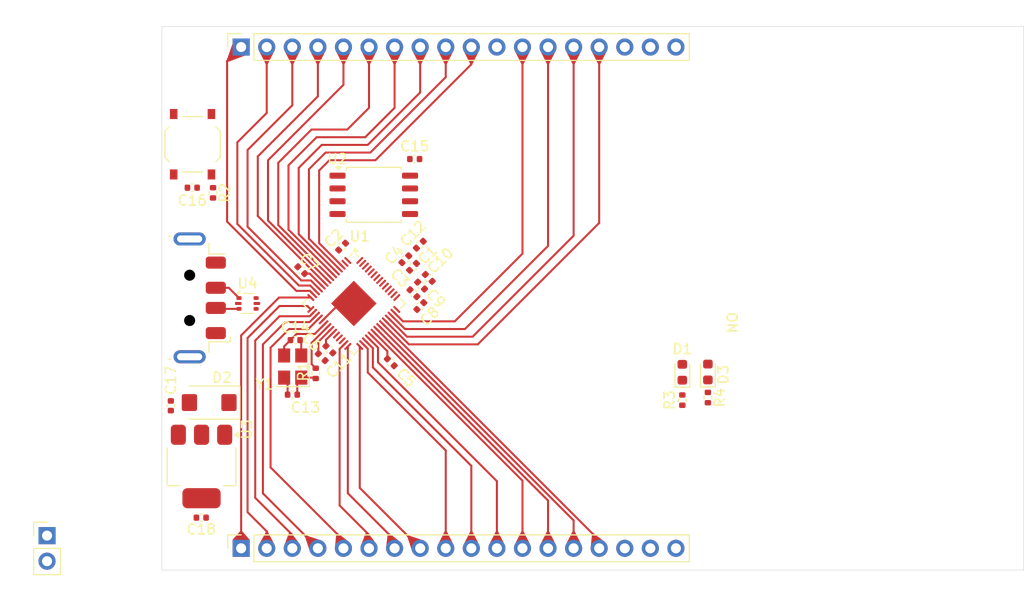
<source format=kicad_pcb>
(kicad_pcb (version 20240108) (generator "pcbnew") (generator_version "8.0")
  (layers (0 "F.Cu" signal) (31 "B.Cu" signal) (34 "B.Paste" user) (35 "F.Paste" user) (36 "B.SilkS" user "B.Silkscreen") (37 "F.SilkS" user "F.Silkscreen") (38 "B.Mask" user) (39 "F.Mask" user) (44 "Edge.Cuts" user))
  (net 0 "")
  (net 1 "GND")
  (net 2 "+3V3")
  (net 3 "+1V1")
  (net 4 "Net-(C13-Pad2)")
  (net 5 "Net-(U1-XIN)")
  (net 6 "RESET")
  (net 7 "+5V")
  (net 8 "Net-(D1-K)")
  (net 9 "LED_25")
  (net 10 "Net-(D2-A)")
  (net 11 "Net-(D3-K)")
  (net 12 "Net-(J1-Pin_1)")
  (net 13 "Net-(J1-Pin_2)")
  (net 14 "D5")
  (net 15 "D6")
  (net 16 "D2")
  (net 17 "D3")
  (net 18 "D10")
  (net 19 "D9")
  (net 20 "D13")
  (net 21 "D8")
  (net 22 "D12")
  (net 23 "D14")
  (net 24 "D4")
  (net 25 "D0")
  (net 26 "D7")
  (net 27 "D11")
  (net 28 "D1")
  (net 29 "D20")
  (net 30 "D21")
  (net 31 "A1")
  (net 32 "A0")
  (net 33 "D19")
  (net 34 "A3")
  (net 35 "D22")
  (net 36 "D23")
  (net 37 "A2")
  (net 38 "D24")
  (net 39 "D18")
  (net 40 "D17")
  (net 41 "D15")
  (net 42 "D16")
  (net 43 "Net-(J4-D+)")
  (net 44 "Net-(J4-D-)")
  (net 45 "Net-(U1-XOUT)")
  (net 46 "USB_DN")
  (net 47 "FLASH_CLK")
  (net 48 "FLASH_SD0")
  (net 49 "FLASH_SD3")
  (net 50 "FLASH_SD2")
  (net 51 "FLASH_CS")
  (net 52 "FLASH_SD1")
  (net 53 "USB_DP")
  (footprint "LED_SMD:LED_0603_1608Metric" (layer "F.Cu") (at 157.734 111.709 90)
    (property "Reference" "D3" (at -0.254 1.524 270) (layer "F.SilkS"))
    (property "Value" "LED")
    (pad "1" smd roundrect (at -0.7875 0 90) (size 0.875 0.95) (layers "F.Cu" "F.Paste" "F.Mask") (net 11 "Net-(D3-K)"))
    (pad "2" smd roundrect (at 0.7875 0 90) (size 0.875 0.95) (layers "F.Cu" "F.Paste" "F.Mask") (net 2 "+3V3"))
  )
  (footprint "Package_TO_SOT_SMD:SOT-223-3_TabPin2" (layer "F.Cu") (at 107.442 121.094 -90)
    (property "Reference" "U3" (at -3.682 -4.506 90) (layer "F.SilkS"))
    (property "Value" "LD1117S33TR_SOT223")
    (pad "1" smd roundrect (at -3.15 -2.3 270) (size 2 1.5) (layers "F.Cu" "F.Paste" "F.Mask") (net 1 "GND"))
    (pad "2" smd roundrect (at -3.15 0 270) (size 2 1.5) (layers "F.Cu" "F.Paste" "F.Mask") (net 2 "+3V3"))
    (pad "2" smd roundrect (at 3.15 0 270) (size 2 3.8) (layers "F.Cu" "F.Paste" "F.Mask") (net 2 "+3V3"))
    (pad "3" smd roundrect (at -3.15 2.3 270) (size 2 1.5) (layers "F.Cu" "F.Paste" "F.Mask") (net 7 "+5V"))
  )
  (footprint "Capacitor_SMD:C_0402_1005Metric" (layer "F.Cu") (at 128.445726 101.268387 45)
    (property "Reference" "C1" (at 1.854867 0.179605 45) (layer "F.SilkS"))
    (property "Value" "0.1uF")
    (pad "1" smd roundrect (at -0.48 0 45) (size 0.56 0.62) (layers "F.Cu" "F.Paste" "F.Mask") (net 2 "+3V3"))
    (pad "2" smd roundrect (at 0.48 0 45) (size 0.56 0.62) (layers "F.Cu" "F.Paste" "F.Mask") (net 1 "GND"))
  )
  (footprint "Connector_PinSocket_2.54mm:PinSocket_1x18_P2.54mm_Vertical" (layer "F.Cu") (at 111.378 129.22 90)
    (property "Reference" "J2" (hide yes))
    (property "Value" "Conn_01x18")
    (pad "1" thru_hole rect (at 0 0 90) (size 1.7 1.7) (drill 1) (layers "*.Cu" "*.Mask") (net 25 "D0"))
    (pad "2" thru_hole oval (at 0 2.54 90) (size 1.7 1.7) (drill 1) (layers "*.Cu" "*.Mask") (net 28 "D1"))
    (pad "3" thru_hole oval (at 0 5.08 90) (size 1.7 1.7) (drill 1) (layers "*.Cu" "*.Mask") (net 16 "D2"))
    (pad "4" thru_hole oval (at 0 7.62 90) (size 1.7 1.7) (drill 1) (layers "*.Cu" "*.Mask") (net 17 "D3"))
    (pad "5" thru_hole oval (at 0 10.16 90) (size 1.7 1.7) (drill 1) (layers "*.Cu" "*.Mask") (net 24 "D4"))
    (pad "6" thru_hole oval (at 0 12.7 90) (size 1.7 1.7) (drill 1) (layers "*.Cu" "*.Mask") (net 14 "D5"))
    (pad "7" thru_hole oval (at 0 15.24 90) (size 1.7 1.7) (drill 1) (layers "*.Cu" "*.Mask") (net 15 "D6"))
    (pad "8" thru_hole oval (at 0 17.78 90) (size 1.7 1.7) (drill 1) (layers "*.Cu" "*.Mask") (net 26 "D7"))
    (pad "9" thru_hole oval (at 0 20.32 90) (size 1.7 1.7) (drill 1) (layers "*.Cu" "*.Mask") (net 21 "D8"))
    (pad "10" thru_hole oval (at 0 22.86 90) (size 1.7 1.7) (drill 1) (layers "*.Cu" "*.Mask") (net 19 "D9"))
    (pad "11" thru_hole oval (at 0 25.4 90) (size 1.7 1.7) (drill 1) (layers "*.Cu" "*.Mask") (net 18 "D10"))
    (pad "12" thru_hole oval (at 0 27.94 90) (size 1.7 1.7) (drill 1) (layers "*.Cu" "*.Mask") (net 27 "D11"))
    (pad "13" thru_hole oval (at 0 30.48 90) (size 1.7 1.7) (drill 1) (layers "*.Cu" "*.Mask") (net 22 "D12"))
    (pad "14" thru_hole oval (at 0 33.02 90) (size 1.7 1.7) (drill 1) (layers "*.Cu" "*.Mask") (net 20 "D13"))
    (pad "15" thru_hole oval (at 0 35.56 90) (size 1.7 1.7) (drill 1) (layers "*.Cu" "*.Mask") (net 23 "D14"))
    (pad "16" thru_hole oval (at 0 38.1 90) (size 1.7 1.7) (drill 1) (layers "*.Cu" "*.Mask") (net 1 "GND"))
    (pad "17" thru_hole oval (at 0 40.64 90) (size 1.7 1.7) (drill 1) (layers "*.Cu" "*.Mask") (net 6 "RESET"))
    (pad "18" thru_hole oval (at 0 43.18 90) (size 1.7 1.7) (drill 1) (layers "*.Cu" "*.Mask") (net 7 "+5V"))
  )
  (footprint "LED_SMD:LED_0603_1608Metric" (layer "F.Cu") (at 155.194 111.7345 90)
    (property "Reference" "D1" (at 2.3115 0 360) (layer "F.SilkS"))
    (property "Value" "LED")
    (pad "1" smd roundrect (at -0.7875 0 90) (size 0.875 0.95) (layers "F.Cu" "F.Paste" "F.Mask") (net 8 "Net-(D1-K)"))
    (pad "2" smd roundrect (at 0.7875 0 90) (size 0.875 0.95) (layers "F.Cu" "F.Paste" "F.Mask") (net 9 "LED_25"))
  )
  (footprint "Diode_SMD:D_SMA" (layer "F.Cu") (at 108.204 114.744 180)
    (property "Reference" "D2" (at -1.27 2.476 0) (layer "F.SilkS"))
    (property "Value" "D_Schottky")
    (pad "1" smd roundrect (at 1.965 0 180) (size 1.52 1.68) (layers "F.Cu" "F.Paste" "F.Mask") (roundrect_rratio 0.1315789474) (net 7 "+5V"))
    (pad "2" smd roundrect (at -1.965 0 180) (size 1.52 1.68) (layers "F.Cu" "F.Paste" "F.Mask") (roundrect_rratio 0.1315789474) (net 10 "Net-(D2-A)"))
  )
  (footprint "Capacitor_SMD:C_0402_1005Metric" (layer "F.Cu") (at 121.402315 99.255798 45)
    (property "Reference" "C2" (at 0 -1.16 45) (layer "F.SilkS"))
    (property "Value" "0.1uF")
    (pad "1" smd roundrect (at -0.48 0 45) (size 0.56 0.62) (layers "F.Cu" "F.Paste" "F.Mask") (net 2 "+3V3"))
    (pad "2" smd roundrect (at 0.48 0 45) (size 0.56 0.62) (layers "F.Cu" "F.Paste" "F.Mask") (net 1 "GND"))
  )
  (footprint "Capacitor_SMD:C_0402_1005Metric" (layer "F.Cu") (at 106.524 93.406)
    (property "Reference" "C16" (at 0 1.27 0) (layer "F.SilkS"))
    (property "Value" "0.1uF")
    (pad "1" smd roundrect (at -0.48 0) (size 0.56 0.62) (layers "F.Cu" "F.Paste" "F.Mask") (net 1 "GND"))
    (pad "2" smd roundrect (at 0.48 0) (size 0.56 0.62) (layers "F.Cu" "F.Paste" "F.Mask") (net 6 "RESET"))
  )
  (footprint "Capacitor_SMD:C_0402_1005Metric" (layer "F.Cu") (at 116.47 113.962)
    (property "Reference" "C13" (at 1.298 1.27 360) (layer "F.SilkS"))
    (property "Value" "18pF")
    (pad "1" smd roundrect (at -0.48 0) (size 0.56 0.62) (layers "F.Cu" "F.Paste" "F.Mask") (net 1 "GND"))
    (pad "2" smd roundrect (at 0.48 0) (size 0.56 0.62) (layers "F.Cu" "F.Paste" "F.Mask") (net 4 "Net-(C13-Pad2)"))
  )
  (footprint "Capacitor_SMD:C_0402_1005Metric" (layer "F.Cu") (at 129.122315 99.067798 45)
    (property "Reference" "C12" (at 0.300395 -1.257236 45) (layer "F.SilkS"))
    (property "Value" "0.1uF")
    (pad "1" smd roundrect (at -0.48 0 45) (size 0.56 0.62) (layers "F.Cu" "F.Paste" "F.Mask") (net 3 "+1V1"))
    (pad "2" smd roundrect (at 0.48 0 45) (size 0.56 0.62) (layers "F.Cu" "F.Paste" "F.Mask") (net 1 "GND"))
  )
  (footprint "Resistor_SMD:R_0402_1005Metric" (layer "F.Cu") (at 118.784 111.846 90)
    (property "Reference" "R1" (at 0.179605 -1.257236 270) (layer "F.SilkS"))
    (property "Value" "1k")
    (pad "1" smd roundrect (at -0.509999 0 90) (size 0.54 0.64) (layers "F.Cu" "F.Paste" "F.Mask") (net 4 "Net-(C13-Pad2)"))
    (pad "2" smd roundrect (at 0.509999 0 90) (size 0.54 0.64) (layers "F.Cu" "F.Paste" "F.Mask") (net 45 "Net-(U1-XOUT)"))
  )
  (footprint "Capacitor_SMD:C_0402_1005Metric" (layer "F.Cu") (at 129.170629 105.158 45)
    (property "Reference" "C8" (at -0.054932 1.381909 45) (layer "F.SilkS"))
    (property "Value" "0.1uF")
    (pad "1" smd roundrect (at -0.48 0 45) (size 0.56 0.62) (layers "F.Cu" "F.Paste" "F.Mask") (net 2 "+3V3"))
    (pad "2" smd roundrect (at 0.48 0 45) (size 0.56 0.62) (layers "F.Cu" "F.Paste" "F.Mask") (net 1 "GND"))
  )
  (footprint "Package_DFN_QFN:QFN-56-1EP_7x7mm_P0.4mm_EP3.2x3.2mm" (layer "F.Cu") (at 122.566629 104.904 -45)
    (property "Reference" "U1" (at -4.29816 -5.126445 180) (layer "F.SilkS"))
    (property "Value" "RP2040")
    (pad "1" smd roundrect (at -3.4375 -2.6 315) (size 0.875 0.2) (layers "F.Cu" "F.Paste" "F.Mask") (net 2 "+3V3"))
    (pad "2" smd roundrect (at -3.4375 -2.199999 315) (size 0.875 0.2) (layers "F.Cu" "F.Paste" "F.Mask") (net 9 "LED_25"))
    (pad "3" smd roundrect (at -3.4375 -1.8 315) (size 0.875 0.2) (layers "F.Cu" "F.Paste" "F.Mask") (net 38 "D24"))
    (pad "4" smd roundrect (at -3.4375 -1.4 315) (size 0.875 0.2) (layers "F.Cu" "F.Paste" "F.Mask") (net 36 "D23"))
    (pad "5" smd roundrect (at -3.4375 -1 315) (size 0.875 0.2) (layers "F.Cu" "F.Paste" "F.Mask") (net 35 "D22"))
    (pad "6" smd roundrect (at -3.4375 -0.600001 315) (size 0.875 0.2) (layers "F.Cu" "F.Paste" "F.Mask") (net 30 "D21"))
    (pad "7" smd roundrect (at -3.4375 -0.2 315) (size 0.875 0.2) (layers "F.Cu" "F.Paste" "F.Mask") (net 29 "D20"))
    (pad "8" smd roundrect (at -3.4375 0.2 315) (size 0.875 0.2) (layers "F.Cu" "F.Paste" "F.Mask") (net 33 "D19"))
    (pad "9" smd roundrect (at -3.4375 0.600001 315) (size 0.875 0.2) (layers "F.Cu" "F.Paste" "F.Mask") (net 39 "D18"))
    (pad "10" smd roundrect (at -3.4375 1 315) (size 0.875 0.2) (layers "F.Cu" "F.Paste" "F.Mask") (net 2 "+3V3"))
    (pad "11" smd roundrect (at -3.4375 1.4 315) (size 0.875 0.2) (layers "F.Cu" "F.Paste" "F.Mask") (net 40 "D17"))
    (pad "12" smd roundrect (at -3.4375 1.8 315) (size 0.875 0.2) (layers "F.Cu" "F.Paste" "F.Mask") (net 42 "D16"))
    (pad "13" smd roundrect (at -3.4375 2.199999 315) (size 0.875 0.2) (layers "F.Cu" "F.Paste" "F.Mask") (net 41 "D15"))
    (pad "14" smd roundrect (at -3.4375 2.6 315) (size 0.875 0.2) (layers "F.Cu" "F.Paste" "F.Mask") (net 25 "D0"))
    (pad "15" smd roundrect (at -2.6 3.4375 315) (size 0.2 0.875) (layers "F.Cu" "F.Paste" "F.Mask") (net 28 "D1"))
    (pad "16" smd roundrect (at -2.199999 3.4375 315) (size 0.2 0.875) (layers "F.Cu" "F.Paste" "F.Mask") (net 16 "D2"))
    (pad "17" smd roundrect (at -1.8 3.4375 315) (size 0.2 0.875) (layers "F.Cu" "F.Paste" "F.Mask") (net 17 "D3"))
    (pad "18" smd roundrect (at -1.4 3.4375 315) (size 0.2 0.875) (layers "F.Cu" "F.Paste" "F.Mask") (net 24 "D4"))
    (pad "19" smd roundrect (at -1 3.4375 315) (size 0.2 0.875) (layers "F.Cu" "F.Paste" "F.Mask") (net 1 "GND"))
    (pad "20" smd roundrect (at -0.600001 3.4375 315) (size 0.2 0.875) (layers "F.Cu" "F.Paste" "F.Mask") (net 5 "Net-(U1-XIN)"))
    (pad "21" smd roundrect (at -0.2 3.4375 315) (size 0.2 0.875) (layers "F.Cu" "F.Paste" "F.Mask") (net 45 "Net-(U1-XOUT)"))
    (pad "22" smd roundrect (at 0.2 3.4375 315) (size 0.2 0.875) (layers "F.Cu" "F.Paste" "F.Mask") (net 2 "+3V3"))
    (pad "23" smd roundrect (at 0.600001 3.4375 315) (size 0.2 0.875) (layers "F.Cu" "F.Paste" "F.Mask") (net 3 "+1V1"))
    (pad "24" smd roundrect (at 1 3.4375 315) (size 0.2 0.875) (layers "F.Cu" "F.Paste" "F.Mask") (net 12 "Net-(J1-Pin_1)"))
    (pad "25" smd roundrect (at 1.4 3.4375 315) (size 0.2 0.875) (layers "F.Cu" "F.Paste" "F.Mask") (net 13 "Net-(J1-Pin_2)"))
    (pad "26" smd roundrect (at 1.8 3.4375 315) (size 0.2 0.875) (layers "F.Cu" "F.Paste" "F.Mask") (net 6 "RESET"))
    (pad "27" smd roundrect (at 2.199999 3.4375 315) (size 0.2 0.875) (layers "F.Cu" "F.Paste" "F.Mask") (net 14 "D5"))
    (pad "28" smd roundrect (at 2.6 3.4375 315) (size 0.2 0.875) (layers "F.Cu" "F.Paste" "F.Mask") (net 15 "D6"))
    (pad "29" smd roundrect (at 3.4375 2.6 315) (size 0.875 0.2) (layers "F.Cu" "F.Paste" "F.Mask") (net 26 "D7"))
    (pad "30" smd roundrect (at 3.4375 2.199999 315) (size 0.875 0.2) (layers "F.Cu" "F.Paste" "F.Mask") (net 21 "D8"))
    (pad "31" smd roundrect (at 3.4375 1.8 315) (size 0.875 0.2) (layers "F.Cu" "F.Paste" "F.Mask") (net 19 "D9"))
    (pad "32" smd roundrect (at 3.4375 1.4 315) (size 0.875 0.2) (layers "F.Cu" "F.Paste" "F.Mask") (net 18 "D10"))
    (pad "33" smd roundrect (at 3.4375 1 315) (size 0.875 0.2) (layers "F.Cu" "F.Paste" "F.Mask") (net 2 "+3V3"))
    (pad "34" smd roundrect (at 3.4375 0.600001 315) (size 0.875 0.2) (layers "F.Cu" "F.Paste" "F.Mask") (net 27 "D11"))
    (pad "35" smd roundrect (at 3.4375 0.2 315) (size 0.875 0.2) (layers "F.Cu" "F.Paste" "F.Mask") (net 22 "D12"))
    (pad "36" smd roundrect (at 3.4375 -0.2 315) (size 0.875 0.2) (layers "F.Cu" "F.Paste" "F.Mask") (net 20 "D13"))
    (pad "37" smd roundrect (at 3.4375 -0.600001 315) (size 0.875 0.2) (layers "F.Cu" "F.Paste" "F.Mask") (net 23 "D14"))
    (pad "38" smd roundrect (at 3.4375 -1 315) (size 0.875 0.2) (layers "F.Cu" "F.Paste" "F.Mask") (net 34 "A3"))
    (pad "39" smd roundrect (at 3.4375 -1.4 315) (size 0.875 0.2) (layers "F.Cu" "F.Paste" "F.Mask") (net 37 "A2"))
    (pad "40" smd roundrect (at 3.4375 -1.8 315) (size 0.875 0.2) (layers "F.Cu" "F.Paste" "F.Mask") (net 31 "A1"))
    (pad "41" smd roundrect (at 3.4375 -2.199999 315) (size 0.875 0.2) (layers "F.Cu" "F.Paste" "F.Mask") (net 32 "A0"))
    (pad "42" smd roundrect (at 3.4375 -2.6 315) (size 0.875 0.2) (layers "F.Cu" "F.Paste" "F.Mask") (net 2 "+3V3"))
    (pad "43" smd roundrect (at 2.6 -3.4375 315) (size 0.2 0.875) (layers "F.Cu" "F.Paste" "F.Mask") (net 2 "+3V3"))
    (pad "44" smd roundrect (at 2.199999 -3.4375 315) (size 0.2 0.875) (layers "F.Cu" "F.Paste" "F.Mask") (net 2 "+3V3"))
    (pad "45" smd roundrect (at 1.8 -3.4375 315) (size 0.2 0.875) (layers "F.Cu" "F.Paste" "F.Mask") (net 3 "+1V1"))
    (pad "46" smd roundrect (at 1.4 -3.4375 315) (size 0.2 0.875) (layers "F.Cu" "F.Paste" "F.Mask") (net 46 "USB_DN"))
    (pad "47" smd roundrect (at 1 -3.4375 315) (size 0.2 0.875) (layers "F.Cu" "F.Paste" "F.Mask") (net 53 "USB_DP"))
    (pad "48" smd roundrect (at 0.600001 -3.4375 315) (size 0.2 0.875) (layers "F.Cu" "F.Paste" "F.Mask") (net 2 "+3V3"))
    (pad "49" smd roundrect (at 0.2 -3.4375 315) (size 0.2 0.875) (layers "F.Cu" "F.Paste" "F.Mask") (net 2 "+3V3"))
    (pad "50" smd roundrect (at -0.2 -3.4375 315) (size 0.2 0.875) (layers "F.Cu" "F.Paste" "F.Mask") (net 3 "+1V1"))
    (pad "51" smd roundrect (at -0.600001 -3.4375 315) (size 0.2 0.875) (layers "F.Cu" "F.Paste" "F.Mask") (net 49 "FLASH_SD3"))
    (pad "52" smd roundrect (at -1 -3.4375 315) (size 0.2 0.875) (layers "F.Cu" "F.Paste" "F.Mask") (net 47 "FLASH_CLK"))
    (pad "53" smd roundrect (at -1.4 -3.4375 315) (size 0.2 0.875) (layers "F.Cu" "F.Paste" "F.Mask") (net 48 "FLASH_SD0"))
    (pad "54" smd roundrect (at -1.8 -3.4375 315) (size 0.2 0.875) (layers "F.Cu" "F.Paste" "F.Mask") (net 50 "FLASH_SD2"))
    (pad "55" smd roundrect (at -2.199999 -3.4375 315) (size 0.2 0.875) (layers "F.Cu" "F.Paste" "F.Mask") (net 52 "FLASH_SD1"))
    (pad "56" smd roundrect (at -2.6 -3.4375 315) (size 0.2 0.875) (layers "F.Cu" "F.Paste" "F.Mask") (net 51 "FLASH_CS"))
    (pad "57" smd rect (at 0 0 315) (size 3.2 3.2) (property pad_prop_heatsink) (layers "F.Cu" "F.Mask") (net 1 "GND"))
  )
  (footprint "Crystal:Crystal_SMD_3225-4Pin_3.2x2.5mm" (layer "F.Cu") (at 116.498 111.168 90)
    (property "Reference" "Y1" (at -1.778 -2.794 360) (layer "F.SilkS"))
    (property "Value" "12MHz")
    (pad "1" smd rect (at -1.1 0.85 90) (size 1.4 1.2) (layers "F.Cu" "F.Paste" "F.Mask") (net 4 "Net-(C13-Pad2)"))
    (pad "2" smd rect (at 1.1 0.85 90) (size 1.4 1.2) (layers "F.Cu" "F.Paste" "F.Mask") (net 1 "GND"))
    (pad "3" smd rect (at 1.1 -0.85 90) (size 1.4 1.2) (layers "F.Cu" "F.Paste" "F.Mask") (net 5 "Net-(U1-XIN)"))
    (pad "4" smd rect (at -1.1 -0.85 90) (size 1.4 1.2) (layers "F.Cu" "F.Paste" "F.Mask") (net 1 "GND"))
  )
  (footprint "Connector_USB:USB_A_Molex_48037-2200_Horizontal" (layer "F.Cu") (at 97.886 104.346 180)
    (property "Reference" "J4" (hide yes))
    (property "Value" "USB_A")
    (pad "" np_thru_hole circle (at -8.375 -2.25 180) (size 1.1 1.1) (drill 1.1) (layers "*.Mask"))
    (pad "" np_thru_hole circle (at -8.375 2.25 180) (size 1.1 1.1) (drill 1.1) (layers "*.Mask"))
    (pad "1" smd roundrect (at -10.975 -3.5 180) (size 2 1.2) (layers "F.Cu" "F.Paste" "F.Mask") (net 10 "Net-(D2-A)"))
    (pad "2" smd roundrect (at -10.975 -1 180) (size 2 1.2) (layers "F.Cu" "F.Paste" "F.Mask") (net 44 "Net-(J4-D-)"))
    (pad "3" smd roundrect (at -10.975 1 180) (size 2 1.2) (layers "F.Cu" "F.Paste" "F.Mask") (net 43 "Net-(J4-D+)"))
    (pad "4" smd roundrect (at -10.975 3.5 180) (size 2 1.2) (layers "F.Cu" "F.Paste" "F.Mask") (net 1 "GND"))
    (pad "5" thru_hole oval (at -8.375 -5.85 180) (size 3.2 1.3) (drill oval 2.5 0.7) (layers "*.Cu" "*.Mask") (net 1 "GND"))
    (pad "5" thru_hole oval (at -8.375 5.85 180) (size 3.2 1.3) (drill oval 2.5 0.7) (layers "*.Cu" "*.Mask") (net 1 "GND"))
  )
  (footprint "Capacitor_SMD:C_0402_1005Metric" (layer "F.Cu") (at 117.348 101.6 135)
    (property "Reference" "C7" (at 0 1.077631 315) (layer "F.SilkS"))
    (property "Value" "0.1uF")
    (pad "1" smd roundrect (at -0.48 0 135) (size 0.56 0.62) (layers "F.Cu" "F.Paste" "F.Mask") (net 2 "+3V3"))
    (pad "2" smd roundrect (at 0.48 0 135) (size 0.56 0.62) (layers "F.Cu" "F.Paste" "F.Mask") (net 1 "GND"))
  )
  (footprint "Capacitor_SMD:C_0402_1005Metric" (layer "F.Cu") (at 130.010315 102.364 -45)
    (property "Reference" "C10" (at -0.401637 -2.019497 45) (layer "F.SilkS"))
    (property "Value" "1uF")
    (pad "1" smd roundrect (at -0.48 0 315) (size 0.56 0.62) (layers "F.Cu" "F.Paste" "F.Mask") (net 3 "+1V1"))
    (pad "2" smd roundrect (at 0.48 0 315) (size 0.56 0.62) (layers "F.Cu" "F.Paste" "F.Mask") (net 1 "GND"))
  )
  (footprint "Capacitor_SMD:C_0402_1005Metric" (layer "F.Cu") (at 128.486315 103.888 -45)
    (property "Reference" "C3" (at -2.030589 -0.124673 135) (layer "F.SilkS"))
    (property "Value" "0.1uF")
    (pad "1" smd roundrect (at -0.48 0 315) (size 0.56 0.62) (layers "F.Cu" "F.Paste" "F.Mask") (net 2 "+3V3"))
    (pad "2" smd roundrect (at 0.48 0 315) (size 0.56 0.62) (layers "F.Cu" "F.Paste" "F.Mask") (net 1 "GND"))
  )
  (footprint "Resistor_SMD:R_0402_1005Metric" (layer "F.Cu") (at 157.734 114.249 -90)
    (property "Reference" "R4" (at 0 -1.17 90) (layer "F.SilkS"))
    (property "Value" "360R")
    (pad "1" smd roundrect (at -0.51 0 270) (size 0.54 0.64) (layers "F.Cu" "F.Paste" "F.Mask") (net 11 "Net-(D3-K)"))
    (pad "2" smd roundrect (at 0.51 0 270) (size 0.54 0.64) (layers "F.Cu" "F.Paste" "F.Mask") (net 1 "GND"))
  )
  (footprint "Capacitor_SMD:C_0402_1005Metric" (layer "F.Cu") (at 104.394 115.062 90)
    (property "Reference" "C17" (at 2.54 0 270) (layer "F.SilkS"))
    (property "Value" "0.1uF")
    (pad "1" smd roundrect (at -0.48 0 90) (size 0.56 0.62) (layers "F.Cu" "F.Paste" "F.Mask") (net 7 "+5V"))
    (pad "2" smd roundrect (at 0.48 0 90) (size 0.56 0.62) (layers "F.Cu" "F.Paste" "F.Mask") (net 1 "GND"))
  )
  (footprint "Button_Switch_SMD:SW_Push_1P1T_XKB_TS-1187A" (layer "F.Cu") (at 106.552 89.088 90)
    (property "Reference" "SW1" (hide yes))
    (property "Value" "SW_Push")
    (pad "1" smd rect (at -3 -1.875 90) (size 1 0.75) (layers "F.Cu" "F.Paste" "F.Mask") (net 1 "GND"))
    (pad "1" smd rect (at 3 -1.875 90) (size 1 0.75) (layers "F.Cu" "F.Paste" "F.Mask") (net 1 "GND"))
    (pad "2" smd rect (at -3 1.875 90) (size 1 0.75) (layers "F.Cu" "F.Paste" "F.Mask") (net 6 "RESET"))
    (pad "2" smd rect (at 3 1.875 90) (size 1 0.75) (layers "F.Cu" "F.Paste" "F.Mask") (net 6 "RESET"))
  )
  (footprint "Capacitor_SMD:C_0402_1005Metric" (layer "F.Cu") (at 120.142 109.474 -45)
    (property "Reference" "C11" (at 1.783688 0.456712 45) (layer "F.SilkS"))
    (property "Value" "0.1uF")
    (pad "1" smd roundrect (at -0.48 0 315) (size 0.56 0.62) (layers "F.Cu" "F.Paste" "F.Mask") (net 3 "+1V1"))
    (pad "2" smd roundrect (at 0.48 0 315) (size 0.56 0.62) (layers "F.Cu" "F.Paste" "F.Mask") (net 1 "GND"))
  )
  (footprint "Connector_PinHeader_2.54mm:PinHeader_1x02_P2.54mm_Vertical" (layer "F.Cu") (at 92.1 127.96)
    (property "Reference" "J1" (hide yes))
    (property "Value" "Conn_01x02")
    (pad "1" thru_hole rect (at 0 0) (size 1.7 1.7) (drill 1) (layers "*.Cu" "*.Mask") (net 12 "Net-(J1-Pin_1)"))
    (pad "2" thru_hole oval (at 0 2.54) (size 1.7 1.7) (drill 1) (layers "*.Cu" "*.Mask") (net 13 "Net-(J1-Pin_2)"))
  )
  (footprint "Capacitor_SMD:C_0402_1005Metric" (layer "F.Cu") (at 129.248315 103.126 -45)
    (property "Reference" "C9" (at 1.920724 -0.124673 135) (layer "F.SilkS"))
    (property "Value" "1uF")
    (pad "1" smd roundrect (at -0.48 0 315) (size 0.56 0.62) (layers "F.Cu" "F.Paste" "F.Mask") (net 2 "+3V3"))
    (pad "2" smd roundrect (at 0.48 0 315) (size 0.56 0.62) (layers "F.Cu" "F.Paste" "F.Mask") (net 1 "GND"))
  )
  (footprint "Resistor_SMD:R_0402_1005Metric" (layer "F.Cu") (at 155.194 114.503 -90)
    (property "Reference" "R3" (at 0 1.27 90) (layer "F.SilkS"))
    (property "Value" "360R")
    (pad "1" smd roundrect (at -0.51 0 270) (size 0.54 0.64) (layers "F.Cu" "F.Paste" "F.Mask") (net 8 "Net-(D1-K)"))
    (pad "2" smd roundrect (at 0.51 0 270) (size 0.54 0.64) (layers "F.Cu" "F.Paste" "F.Mask") (net 1 "GND"))
  )
  (footprint "Package_TO_SOT_SMD:SOT-666" (layer "F.Cu") (at 112.014 104.902)
    (property "Reference" "U4" (at 0 -2 360) (layer "F.SilkS"))
    (property "Value" "USBLC6-2P6")
    (pad "1" smd roundrect (at -0.85 -0.5375) (size 0.5 0.375) (layers "F.Cu" "F.Paste" "F.Mask") (net 43 "Net-(J4-D+)"))
    (pad "2" smd roundrect (at -0.925 0) (size 0.65 0.3) (layers "F.Cu" "F.Paste" "F.Mask") (net 1 "GND"))
    (pad "3" smd roundrect (at -0.85 0.5375) (size 0.5 0.375) (layers "F.Cu" "F.Paste" "F.Mask") (net 44 "Net-(J4-D-)"))
    (pad "4" smd roundrect (at 0.85 0.5375) (size 0.5 0.375) (layers "F.Cu" "F.Paste" "F.Mask") (net 46 "USB_DN"))
    (pad "5" smd roundrect (at 0.925 0) (size 0.65 0.3) (layers "F.Cu" "F.Paste" "F.Mask") (net 7 "+5V"))
    (pad "6" smd roundrect (at 0.85 -0.5375) (size 0.5 0.375) (layers "F.Cu" "F.Paste" "F.Mask") (net 53 "USB_DP"))
  )
  (footprint "Capacitor_SMD:C_0402_1005Metric" (layer "F.Cu") (at 116.752 108.544 180)
    (property "Reference" "C14" (at 0 1.27 180) (layer "F.SilkS"))
    (property "Value" "18pF")
    (pad "1" smd roundrect (at -0.48 0 180) (size 0.56 0.62) (layers "F.Cu" "F.Paste" "F.Mask") (net 1 "GND"))
    (pad "2" smd roundrect (at 0.48 0 180) (size 0.56 0.62) (layers "F.Cu" "F.Paste" "F.Mask") (net 5 "Net-(U1-XIN)"))
  )
  (footprint "Capacitor_SMD:C_0402_1005Metric" (layer "F.Cu") (at 128.614315 90.558798 180)
    (property "Reference" "C15" (at 0 1.27 180) (layer "F.SilkS"))
    (property "Value" "0.1uF")
    (pad "1" smd roundrect (at -0.48 0 180) (size 0.56 0.62) (layers "F.Cu" "F.Paste" "F.Mask") (net 2 "+3V3"))
    (pad "2" smd roundrect (at 0.48 0 180) (size 0.56 0.62) (layers "F.Cu" "F.Paste" "F.Mask") (net 1 "GND"))
  )
  (footprint "Capacitor_SMD:C_0402_1005Metric" (layer "F.Cu") (at 127.683726 100.506387 45)
    (property "Reference" "C4" (at -0.48 -1.077631 45) (layer "F.SilkS"))
    (property "Value" "0.1uF")
    (pad "1" smd roundrect (at -0.48 0 45) (size 0.56 0.62) (layers "F.Cu" "F.Paste" "F.Mask") (net 2 "+3V3"))
    (pad "2" smd roundrect (at 0.48 0 45) (size 0.56 0.62) (layers "F.Cu" "F.Paste" "F.Mask") (net 1 "GND"))
  )
  (footprint "Capacitor_SMD:C_0402_1005Metric" (layer "F.Cu") (at 107.414 126.174 180)
    (property "Reference" "C18" (at 0 -1.16 180) (layer "F.SilkS"))
    (property "Value" "10uF")
    (pad "1" smd roundrect (at -0.48 0 180) (size 0.56 0.62) (layers "F.Cu" "F.Paste" "F.Mask") (net 2 "+3V3"))
    (pad "2" smd roundrect (at 0.48 0 180) (size 0.56 0.62) (layers "F.Cu" "F.Paste" "F.Mask") (net 1 "GND"))
  )
  (footprint "Capacitor_SMD:C_0402_1005Metric" (layer "F.Cu") (at 119.38 110.236 -45)
    (property "Reference" "C6" (at -1.796051 -0.35921 135) (layer "F.SilkS"))
    (property "Value" "0.1uF")
    (pad "1" smd roundrect (at -0.48 0 315) (size 0.56 0.62) (layers "F.Cu" "F.Paste" "F.Mask") (net 2 "+3V3"))
    (pad "2" smd roundrect (at 0.48 0 315) (size 0.56 0.62) (layers "F.Cu" "F.Paste" "F.Mask") (net 1 "GND"))
  )
  (footprint "Capacitor_SMD:C_0402_1005Metric" (layer "F.Cu") (at 126.238 110.744 -45)
    (property "Reference" "C5" (at 2.155261 0 135) (layer "F.SilkS"))
    (property "Value" "0.1uF")
    (pad "1" smd roundrect (at -0.48 0 315) (size 0.56 0.62) (layers "F.Cu" "F.Paste" "F.Mask") (net 2 "+3V3"))
    (pad "2" smd roundrect (at 0.48 0 315) (size 0.56 0.62) (layers "F.Cu" "F.Paste" "F.Mask") (net 1 "GND"))
  )
  (footprint "Resistor_SMD:R_0402_1005Metric" (layer "F.Cu") (at 108.584 93.914 -90)
    (property "Reference" "R2" (at 0 -1.17 90) (layer "F.SilkS"))
    (property "Value" "10k")
    (pad "1" smd roundrect (at -0.51 0 270) (size 0.54 0.64) (layers "F.Cu" "F.Paste" "F.Mask") (net 6 "RESET"))
    (pad "2" smd roundrect (at 0.51 0 270) (size 0.54 0.64) (layers "F.Cu" "F.Paste" "F.Mask") (net 2 "+3V3"))
  )
  (footprint "Package_SO:SOIC-8_5.23x5.23mm_P1.27mm" (layer "F.Cu") (at 124.550315 94.114798)
    (property "Reference" "U2" (at -3.624 -3.56 360) (layer "F.SilkS"))
    (property "Value" "W25Q128JVS")
    (pad "1" smd roundrect (at -3.6 -1.905) (size 1.6 0.6) (layers "F.Cu" "F.Paste" "F.Mask") (net 51 "FLASH_CS"))
    (pad "2" smd roundrect (at -3.6 -0.635) (size 1.6 0.6) (layers "F.Cu" "F.Paste" "F.Mask") (net 52 "FLASH_SD1"))
    (pad "3" smd roundrect (at -3.6 0.635) (size 1.6 0.6) (layers "F.Cu" "F.Paste" "F.Mask") (net 50 "FLASH_SD2"))
    (pad "4" smd roundrect (at -3.6 1.905) (size 1.6 0.6) (layers "F.Cu" "F.Paste" "F.Mask") (net 1 "GND"))
    (pad "5" smd roundrect (at 3.6 1.905) (size 1.6 0.6) (layers "F.Cu" "F.Paste" "F.Mask") (net 48 "FLASH_SD0"))
    (pad "6" smd roundrect (at 3.6 0.635) (size 1.6 0.6) (layers "F.Cu" "F.Paste" "F.Mask") (net 47 "FLASH_CLK"))
    (pad "7" smd roundrect (at 3.6 -0.635) (size 1.6 0.6) (layers "F.Cu" "F.Paste" "F.Mask") (net 49 "FLASH_SD3"))
    (pad "8" smd roundrect (at 3.6 -1.905) (size 1.6 0.6) (layers "F.Cu" "F.Paste" "F.Mask") (net 2 "+3V3"))
  )
  (footprint "Connector_PinSocket_2.54mm:PinSocket_1x18_P2.54mm_Vertical" (layer "F.Cu") (at 111.378 79.436 90)
    (property "Reference" "J3" (hide yes))
    (property "Value" "Conn_01x18")
    (pad "1" thru_hole rect (at 0 0 90) (size 1.7 1.7) (drill 1) (layers "*.Cu" "*.Mask") (net 41 "D15"))
    (pad "2" thru_hole oval (at 0 2.54 90) (size 1.7 1.7) (drill 1) (layers "*.Cu" "*.Mask") (net 42 "D16"))
    (pad "3" thru_hole oval (at 0 5.08 90) (size 1.7 1.7) (drill 1) (layers "*.Cu" "*.Mask") (net 40 "D17"))
    (pad "4" thru_hole oval (at 0 7.62 90) (size 1.7 1.7) (drill 1) (layers "*.Cu" "*.Mask") (net 39 "D18"))
    (pad "5" thru_hole oval (at 0 10.16 90) (size 1.7 1.7) (drill 1) (layers "*.Cu" "*.Mask") (net 33 "D19"))
    (pad "6" thru_hole oval (at 0 12.7 90) (size 1.7 1.7) (drill 1) (layers "*.Cu" "*.Mask") (net 29 "D20"))
    (pad "7" thru_hole oval (at 0 15.24 90) (size 1.7 1.7) (drill 1) (layers "*.Cu" "*.Mask") (net 30 "D21"))
    (pad "8" thru_hole oval (at 0 17.78 90) (size 1.7 1.7) (drill 1) (layers "*.Cu" "*.Mask") (net 35 "D22"))
    (pad "9" thru_hole oval (at 0 20.32 90) (size 1.7 1.7) (drill 1) (layers "*.Cu" "*.Mask") (net 36 "D23"))
    (pad "10" thru_hole oval (at 0 22.86 90) (size 1.7 1.7) (drill 1) (layers "*.Cu" "*.Mask") (net 38 "D24"))
    (pad "11" thru_hole oval (at 0 25.4 90) (size 1.7 1.7) (drill 1) (layers "*.Cu" "*.Mask") (net 1 "GND"))
    (pad "12" thru_hole oval (at 0 27.94 90) (size 1.7 1.7) (drill 1) (layers "*.Cu" "*.Mask") (net 32 "A0"))
    (pad "13" thru_hole oval (at 0 30.48 90) (size 1.7 1.7) (drill 1) (layers "*.Cu" "*.Mask") (net 31 "A1"))
    (pad "14" thru_hole oval (at 0 33.02 90) (size 1.7 1.7) (drill 1) (layers "*.Cu" "*.Mask") (net 37 "A2"))
    (pad "15" thru_hole oval (at 0 35.56 90) (size 1.7 1.7) (drill 1) (layers "*.Cu" "*.Mask") (net 34 "A3"))
    (pad "16" thru_hole oval (at 0 38.1 90) (size 1.7 1.7) (drill 1) (layers "*.Cu" "*.Mask") (net 1 "GND"))
    (pad "17" thru_hole oval (at 0 40.64 90) (size 1.7 1.7) (drill 1) (layers "*.Cu" "*.Mask") (net 2 "+3V3"))
    (pad "18" thru_hole oval (at 0 43.18 90) (size 1.7 1.7) (drill 1) (layers "*.Cu" "*.Mask") (net 7 "+5V"))
  )
  (gr_line (start 103.504 77.404) (end 103.504 131.384) (stroke (width 0.05)) (layer "Edge.Cuts"))
  (gr_line (start 189.104 77.404) (end 189.104 131.384) (stroke (width 0.05)) (layer "Edge.Cuts"))
  (gr_line (start 103.504 131.384) (end 189.104 131.384) (stroke (width 0.05)) (layer "Edge.Cuts"))
  (gr_line (start 103.504 77.404) (end 189.104 77.404) (stroke (width 0.05)) (layer "Edge.Cuts"))
  (gr_text "ON" (at 159.512 105.664 -90) (layer "F.SilkS") (effects (font (size 1 1)) (justify left bottom)))
  (segment (start 115.99 112.61) (end 115.648 112.268) (width 0.2) (layer "F.Cu") (net 1))
  (segment (start 121.152412 104.904) (end 119.428841 106.627571) (width 0.2) (layer "F.Cu") (net 1))
  (segment (start 117.348 110.068) (end 117.348 108.66) (width 0.2) (layer "F.Cu") (net 1))
  (segment (start 115.99 113.962) (end 115.99 112.61) (width 0.2) (layer "F.Cu") (net 1))
  (segment (start 117.348 108.66) (end 117.232 108.544) (width 0.2) (layer "F.Cu") (net 1))
  (segment (start 122.566629 104.904) (end 121.152412 104.904) (width 0.2) (layer "F.Cu") (net 1))
  (segment (start 125.898589 110.404589) (end 125.898589 109.650177) (width 0.2) (layer "F.Cu") (net 2))
  (segment (start 119.040589 109.896589) (end 119.040589 108.712883) (width 0.2) (layer "F.Cu") (net 2))
  (segment (start 119.040589 108.712883) (end 120.277371 107.476101) (width 0.2) (layer "F.Cu") (net 2))
  (segment (start 118.187823 101.939411) (end 119.428841 103.180429) (width 0.2) (layer "F.Cu") (net 2))
  (segment (start 125.898589 109.650177) (end 124.2902 108.041788) (width 0.2) (layer "F.Cu") (net 2))
  (segment (start 117.687411 101.939411) (end 118.187823 101.939411) (width 0.2) (layer "F.Cu") (net 2))
  (segment (start 119.802589 108.516565) (end 120.560212 107.758942) (width 0.2) (layer "F.Cu") (net 3))
  (segment (start 119.802589 109.134589) (end 119.802589 108.516565) (width 0.2) (layer "F.Cu") (net 3))
  (segment (start 116.95 112.666) (end 117.348 112.268) (width 0.2) (layer "F.Cu") (net 4))
  (segment (start 118.696001 112.268) (end 118.784 112.355999) (width 0.2) (layer "F.Cu") (net 4))
  (segment (start 117.348 112.268) (end 118.696001 112.268) (width 0.2) (layer "F.Cu") (net 4))
  (segment (start 116.95 113.962) (end 116.95 112.666) (width 0.2) (layer "F.Cu") (net 4))
  (segment (start 116.882 107.934) (end 118.688101 107.934) (width 0.2) (layer "F.Cu") (net 5))
  (segment (start 115.648 110.068) (end 115.648 109.168) (width 0.2) (layer "F.Cu") (net 5))
  (segment (start 115.648 109.168) (end 116.272 108.544) (width 0.2) (layer "F.Cu") (net 5))
  (segment (start 119.334189 107.287912) (end 119.334192 107.287912) (width 0.2) (layer "F.Cu") (net 5))
  (segment (start 119.334192 107.287912) (end 119.711687 106.910417) (width 0.2) (layer "F.Cu") (net 5))
  (segment (start 116.272 108.544) (end 116.882 107.934) (width 0.2) (layer "F.Cu") (net 5))
  (segment (start 118.688101 107.934) (end 119.334189 107.287912) (width 0.2) (layer "F.Cu") (net 5))
  (segment (start 124.078 127.888) (end 121.158 124.968) (width 0.2) (layer "F.Cu") (net 14))
  (segment (start 124.078 129.22) (end 124.078 127.888) (width 0.2) (layer "F.Cu") (net 14))
  (segment (start 121.158 109.423902) (end 121.691586 108.890316) (width 0.2) (layer "F.Cu") (net 14))
  (segment (start 121.158 124.968) (end 121.158 109.423902) (width 0.2) (layer "F.Cu") (net 14))
  (segment (start 126.618 129.22) (end 126.618 128.396) (width 0.2) (layer "F.Cu") (net 15))
  (segment (start 126.618 128.396) (end 121.974427 123.752427) (width 0.2) (layer "F.Cu") (net 15))
  (segment (start 121.974427 123.752427) (end 121.974427 109.173157) (width 0.2) (layer "F.Cu") (net 15))
  (segment (start 112.776 108.585) (end 115.189 106.172) (width 0.2) (layer "F.Cu") (net 16))
  (segment (start 116.458 127.888) (end 112.776 124.206) (width 0.2) (layer "F.Cu") (net 16))
  (segment (start 116.458 129.22) (end 116.458 127.888) (width 0.2) (layer "F.Cu") (net 16))
  (segment (start 118.187356 106.172) (end 118.580313 105.779043) (width 0.2) (layer "F.Cu") (net 16))
  (segment (start 112.776 124.206) (end 112.776 108.585) (width 0.2) (layer "F.Cu") (net 16))
  (segment (start 115.189 106.172) (end 118.187356 106.172) (width 0.2) (layer "F.Cu") (net 16))
  (segment (start 118.485661 106.439384) (end 118.485664 106.439384) (width 0.2) (layer "F.Cu") (net 17))
  (segment (start 115.751 106.753) (end 118.172045 106.753) (width 0.2) (layer "F.Cu") (net 17))
  (segment (start 113.538 108.966) (end 115.751 106.753) (width 0.2) (layer "F.Cu") (net 17))
  (segment (start 118.998 129.22) (end 113.538 123.76) (width 0.2) (layer "F.Cu") (net 17))
  (segment (start 113.538 123.76) (end 113.538 108.966) (width 0.2) (layer "F.Cu") (net 17))
  (segment (start 118.172045 106.753) (end 118.485661 106.439384) (width 0.2) (layer "F.Cu") (net 17))
  (segment (start 118.485664 106.439384) (end 118.863159 106.061889) (width 0.2) (layer "F.Cu") (net 17))
  (segment (start 124.968 109.28527) (end 124.968 110.744) (width 0.2) (layer "F.Cu") (net 18))
  (segment (start 124.007359 108.324629) (end 124.968 109.28527) (width 0.2) (layer "F.Cu") (net 18))
  (segment (start 136.778 122.554) (end 136.778 129.22) (width 0.2) (layer "F.Cu") (net 18))
  (segment (start 124.968 110.744) (end 136.778 122.554) (width 0.2) (layer "F.Cu") (net 18))
  (segment (start 124.46 109.342952) (end 123.724518 108.60747) (width 0.2) (layer "F.Cu") (net 19))
  (segment (start 124.46 111.252) (end 124.46 109.342952) (width 0.2) (layer "F.Cu") (net 19))
  (segment (start 134.238 121.03) (end 124.46 111.252) (width 0.2) (layer "F.Cu") (net 19))
  (segment (start 134.238 129.22) (end 134.238 121.03) (width 0.2) (layer "F.Cu") (net 19))
  (segment (start 144.398 126.452528) (end 125.13873 107.193258) (width 0.2) (layer "F.Cu") (net 20))
  (segment (start 144.398 129.22) (end 144.398 126.452528) (width 0.2) (layer "F.Cu") (net 20))
  (segment (start 131.698 129.22) (end 131.698 119.506) (width 0.2) (layer "F.Cu") (net 21))
  (segment (start 123.952 111.76) (end 123.952 109.40064) (width 0.2) (layer "F.Cu") (net 21))
  (segment (start 131.698 119.506) (end 123.952 111.76) (width 0.2) (layer "F.Cu") (net 21))
  (segment (start 123.952 109.40064) (end 123.441674 108.890314) (width 0.2) (layer "F.Cu") (net 21))
  (segment (start 141.858 129.22) (end 141.858 124.478214) (width 0.2) (layer "F.Cu") (net 22))
  (segment (start 141.858 124.478214) (end 124.855887 107.476101) (width 0.2) (layer "F.Cu") (net 22))
  (segment (start 146.938 129.22) (end 146.938 128.426846) (width 0.2) (layer "F.Cu") (net 23))
  (segment (start 146.938 128.426846) (end 125.421571 106.910417) (width 0.2) (layer "F.Cu") (net 23))
  (segment (start 114.3 121.189) (end 121.538 128.427) (width 0.2) (layer "F.Cu") (net 24))
  (segment (start 118.04873 107.442) (end 116.151 107.442) (width 0.2) (layer "F.Cu") (net 24))
  (segment (start 116.151 107.442) (end 114.3 109.293) (width 0.2) (layer "F.Cu") (net 24))
  (segment (start 119.146 106.34473) (end 118.04873 107.442) (width 0.2) (layer "F.Cu") (net 24))
  (segment (start 114.3 109.293) (end 114.3 121.189) (width 0.2) (layer "F.Cu") (net 24))
  (segment (start 121.538 128.427) (end 121.538 129.22) (width 0.2) (layer "F.Cu") (net 24))
  (segment (start 115.144202 104.311798) (end 118.297472 104.311798) (width 0.2) (layer "F.Cu") (net 25))
  (segment (start 111.378 108.078) (end 115.144202 104.311798) (width 0.2) (layer "F.Cu") (net 25))
  (segment (start 111.378 129.22) (end 111.378 108.078) (width 0.2) (layer "F.Cu") (net 25))
  (segment (start 123.158831 109.173157) (end 123.158831 123.220831) (width 0.2) (layer "F.Cu") (net 26))
  (segment (start 123.158831 123.220831) (end 129.158 129.22) (width 0.2) (layer "F.Cu") (net 26))
  (segment (start 139.318 122.503896) (end 124.573046 107.758942) (width 0.2) (layer "F.Cu") (net 27))
  (segment (start 139.318 129.22) (end 139.318 122.503896) (width 0.2) (layer "F.Cu") (net 27))
  (segment (start 115.189 105.156) (end 117.95727 105.156) (width 0.2) (layer "F.Cu") (net 28))
  (segment (start 113.918 129.22) (end 113.918 127.538) (width 0.2) (layer "F.Cu") (net 28))
  (segment (start 112.014 108.331) (end 115.189 105.156) (width 0.2) (layer "F.Cu") (net 28))
  (segment (start 117.95727 105.156) (end 118.297472 105.496202) (width 0.2) (layer "F.Cu") (net 28))
  (segment (start 113.918 127.538) (end 112.014 125.634) (width 0.2) (layer "F.Cu") (net 28))
  (segment (start 112.014 125.634) (end 112.014 108.331) (width 0.2) (layer "F.Cu") (net 28))
  (segment (start 121.92 87.63) (end 118.364 87.63) (width 0.2) (layer "F.Cu") (net 29))
  (segment (start 124.078 85.472) (end 121.92 87.63) (width 0.2) (layer "F.Cu") (net 29))
  (segment (start 115.062 90.932) (end 115.062 97.116528) (width 0.2) (layer "F.Cu") (net 29))
  (segment (start 115.062 97.116528) (end 120.277371 102.331899) (width 0.2) (layer "F.Cu") (net 29))
  (segment (start 118.364 87.63) (end 115.062 90.932) (width 0.2) (layer "F.Cu") (net 29))
  (segment (start 124.078 79.436) (end 124.078 85.472) (width 0.2) (layer "F.Cu") (net 29))
  (segment (start 126.618 85.472) (end 123.698 88.392) (width 0.2) (layer "F.Cu") (net 30))
  (segment (start 118.872 88.392) (end 116.078 91.186) (width 0.2) (layer "F.Cu") (net 30))
  (segment (start 120.126578 101.615424) (end 120.560212 102.049058) (width 0.2) (layer "F.Cu") (net 30))
  (segment (start 126.618 79.436) (end 126.618 85.472) (width 0.2) (layer "F.Cu") (net 30))
  (segment (start 116.078 91.186) (end 116.078 97.566844) (width 0.2) (layer "F.Cu") (net 30))
  (segment (start 120.126578 101.615422) (end 120.182717 101.67156) (width 0.2) (layer "F.Cu") (net 30))
  (segment (start 123.698 88.392) (end 118.872 88.392) (width 0.2) (layer "F.Cu") (net 30))
  (segment (start 116.078 97.566844) (end 120.126578 101.615422) (width 0.2) (layer "F.Cu") (net 30))
  (segment (start 120.126578 101.615422) (end 120.126578 101.615424) (width 0.2) (layer "F.Cu") (net 30))
  (segment (start 141.858 79.436) (end 141.858 99.188) (width 0.2) (layer "F.Cu") (net 31))
  (segment (start 133.604 107.442) (end 127.650214 107.442) (width 0.2) (layer "F.Cu") (net 31))
  (segment (start 127.650214 107.442) (end 126.270101 106.061887) (width 0.2) (layer "F.Cu") (net 31))
  (segment (start 141.858 99.188) (end 133.604 107.442) (width 0.2) (layer "F.Cu") (net 31))
  (segment (start 127.453902 106.68) (end 126.552945 105.779043) (width 0.2) (layer "F.Cu") (net 32))
  (segment (start 139.318 79.436) (end 139.318 99.95) (width 0.2) (layer "F.Cu") (net 32))
  (segment (start 139.318 99.95) (end 132.588 106.68) (width 0.2) (layer "F.Cu") (net 32))
  (segment (start 132.588 106.68) (end 127.453902 106.68) (width 0.2) (layer "F.Cu") (net 32))
  (segment (start 114.046 96.666214) (end 119.994528 102.614742) (width 0.2) (layer "F.Cu") (net 33))
  (segment (start 121.538 79.436) (end 121.538 83.186) (width 0.2) (layer "F.Cu") (net 33))
  (segment (start 114.046 90.678) (end 114.046 96.666214) (width 0.2) (layer "F.Cu") (net 33))
  (segment (start 121.538 83.186) (end 114.046 90.678) (width 0.2) (layer "F.Cu") (net 33))
  (segment (start 134.874 108.966) (end 128.042846 108.966) (width 0.2) (layer "F.Cu") (net 34))
  (segment (start 128.042846 108.966) (end 125.704417 106.627571) (width 0.2) (layer "F.Cu") (net 34))
  (segment (start 146.938 79.436) (end 146.938 96.902) (width 0.2) (layer "F.Cu") (net 34))
  (segment (start 146.938 96.902) (end 134.874 108.966) (width 0.2) (layer "F.Cu") (net 34))
  (segment (start 129.158 83.948) (end 123.952 89.154) (width 0.2) (layer "F.Cu") (net 35))
  (segment (start 129.158 79.436) (end 129.098 79.436) (width 0.2) (layer "F.Cu") (net 35))
  (segment (start 119.38 89.154) (end 117.094 91.44) (width 0.2) (layer "F.Cu") (net 35))
  (segment (start 123.952 89.154) (end 119.38 89.154) (width 0.2) (layer "F.Cu") (net 35))
  (segment (start 129.158 79.436) (end 129.158 83.948) (width 0.2) (layer "F.Cu") (net 35))
  (segment (start 117.094 98.017154) (end 120.843058 101.766212) (width 0.2) (layer "F.Cu") (net 35))
  (segment (start 117.094 91.44) (end 117.094 98.017154) (width 0.2) (layer "F.Cu") (net 35))
  (segment (start 131.698 79.436) (end 131.698 82.424) (width 0.2) (layer "F.Cu") (net 36))
  (segment (start 119.761 89.916) (end 118.11 91.567) (width 0.2) (layer "F.Cu") (net 36))
  (segment (start 124.206 89.916) (end 119.761 89.916) (width 0.2) (layer "F.Cu") (net 36))
  (segment (start 118.11 98.467472) (end 121.125899 101.483371) (width 0.2) (layer "F.Cu") (net 36))
  (segment (start 131.698 82.424) (end 124.206 89.916) (width 0.2) (layer "F.Cu") (net 36))
  (segment (start 118.11 91.567) (end 118.11 98.467472) (width 0.2) (layer "F.Cu") (net 36))
  (segment (start 144.398 79.436) (end 144.398 98.172) (width 0.2) (layer "F.Cu") (net 37))
  (segment (start 127.846528 108.204) (end 125.987258 106.34473) (width 0.2) (layer "F.Cu") (net 37))
  (segment (start 134.366 108.204) (end 127.846528 108.204) (width 0.2) (layer "F.Cu") (net 37))
  (segment (start 144.398 98.172) (end 134.366 108.204) (width 0.2) (layer "F.Cu") (net 37))
  (segment (start 134.238 81.154) (end 124.714 90.678) (width 0.2) (layer "F.Cu") (net 38))
  (segment (start 119.126 91.694) (end 119.126 98.91779) (width 0.2) (layer "F.Cu") (net 38))
  (segment (start 120.142 90.678) (end 119.126 91.694) (width 0.2) (layer "F.Cu") (net 38))
  (segment (start 119.126 98.91779) (end 121.40874 101.20053) (width 0.2) (layer "F.Cu") (net 38))
  (segment (start 134.238 79.436) (end 134.238 81.154) (width 0.2) (layer "F.Cu") (net 38))
  (segment (start 124.714 90.678) (end 120.142 90.678) (width 0.2) (layer "F.Cu") (net 38))
  (segment (start 118.998 84.329) (end 113.03 90.297) (width 0.2) (layer "F.Cu") (net 39))
  (segment (start 118.998 79.436) (end 118.998 84.329) (width 0.2) (layer "F.Cu") (net 39))
  (segment (start 113.03 90.297) (end 113.03 96.215896) (width 0.2) (layer "F.Cu") (net 39))
  (segment (start 113.03 96.215896) (end 119.711687 102.897583) (width 0.2) (layer "F.Cu") (net 39))
  (segment (start 112.014 89.662) (end 116.458 85.218) (width 0.2) (layer "F.Cu") (net 40))
  (segment (start 119.146 103.46327) (end 118.29873 102.616) (width 0.2) (layer "F.Cu") (net 40))
  (segment (start 117.348 102.616) (end 112.014 97.282) (width 0.2) (layer "F.Cu") (net 40))
  (segment (start 112.014 97.282) (end 112.014 89.662) (width 0.2) (layer "F.Cu") (net 40))
  (segment (start 118.29873 102.616) (end 117.348 102.616) (width 0.2) (layer "F.Cu") (net 40))
  (segment (start 116.458 85.218) (end 116.458 79.436) (width 0.2) (layer "F.Cu") (net 40))
  (segment (start 118.202815 103.651459) (end 118.580313 104.028957) (width 0.2) (layer "F.Cu") (net 41))
  (segment (start 116.859459 103.651459) (end 118.202815 103.651459) (width 0.2) (layer "F.Cu") (net 41))
  (segment (start 109.982 80.832) (end 109.982 96.774) (width 0.2) (layer "F.Cu") (net 41))
  (segment (start 109.982 96.774) (end 116.859459 103.651459) (width 0.2) (layer "F.Cu") (net 41))
  (segment (start 111.378 79.436) (end 109.982 80.832) (width 0.2) (layer "F.Cu") (net 41))
  (segment (start 110.998 97.005224) (end 117.116776 103.124) (width 0.2) (layer "F.Cu") (net 42))
  (segment (start 113.918 79.436) (end 113.918 85.98) (width 0.2) (layer "F.Cu") (net 42))
  (segment (start 118.241048 103.124) (end 118.863159 103.746111) (width 0.2) (layer "F.Cu") (net 42))
  (segment (start 113.918 85.98) (end 110.998 88.9) (width 0.2) (layer "F.Cu") (net 42))
  (segment (start 117.116776 103.124) (end 118.241048 103.124) (width 0.2) (layer "F.Cu") (net 42))
  (segment (start 110.998 88.9) (end 110.998 97.005224) (width 0.2) (layer "F.Cu") (net 42))
  (segment (start 110.1455 103.346) (end 111.164 104.3645) (width 0.2) (layer "F.Cu") (net 43))
  (segment (start 108.861 103.346) (end 110.1455 103.346) (width 0.2) (layer "F.Cu") (net 43))
  (segment (start 108.9545 105.4395) (end 111.164 105.4395) (width 0.2) (layer "F.Cu") (net 44))
  (segment (start 108.861 105.346) (end 108.9545 105.4395) (width 0.2) (layer "F.Cu") (net 44))
  (segment (start 118.784 111.336001) (end 118.378642 110.930643) (width 0.2) (layer "F.Cu") (net 45))
  (segment (start 118.378642 110.930643) (end 118.378642 108.809144) (width 0.2) (layer "F.Cu") (net 45))
  (segment (start 118.378642 108.809144) (end 119.994528 107.193258) (width 0.2) (layer "F.Cu") (net 45))
)
</source>
